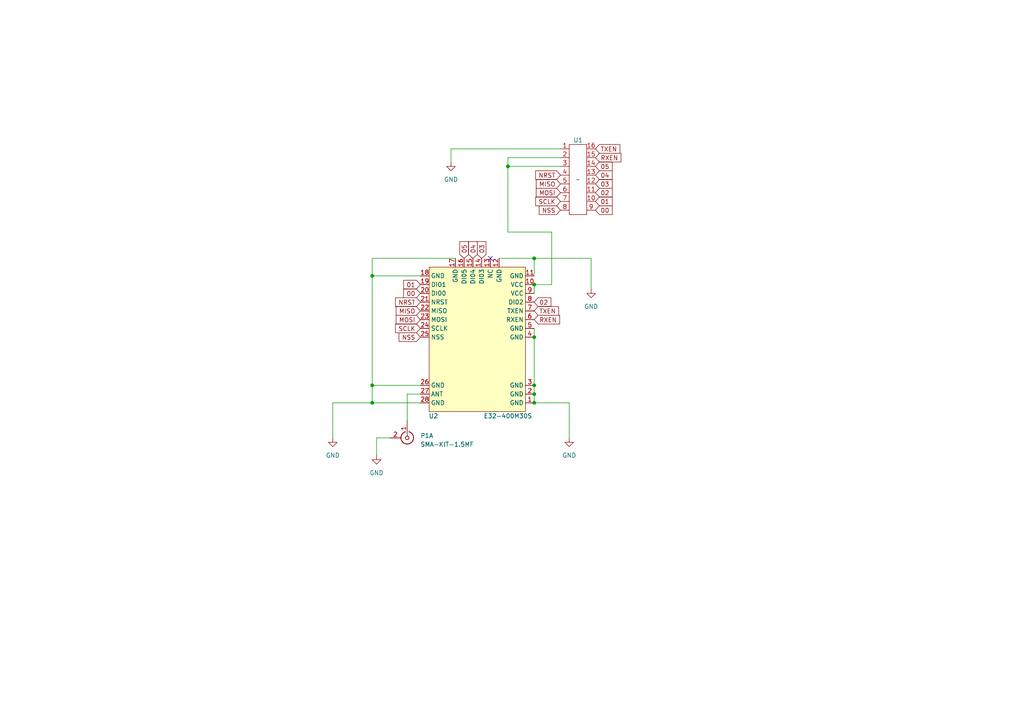
<source format=kicad_sch>
(kicad_sch (version 20230121) (generator eeschema)

  (uuid d50d80a2-6e3c-441f-9145-694e585a6495)

  (paper "A4")

  (lib_symbols
    (symbol "LEON:2816p" (in_bom yes) (on_board yes)
      (property "Reference" "U" (at 0 0 0)
        (effects (font (size 1.27 1.27)))
      )
      (property "Value" "" (at 0 0 0)
        (effects (font (size 1.27 1.27)))
      )
      (property "Footprint" "" (at 0 0 0)
        (effects (font (size 1.27 1.27)) hide)
      )
      (property "Datasheet" "" (at 0 0 0)
        (effects (font (size 1.27 1.27)) hide)
      )
      (symbol "2816p_0_1"
        (rectangle (start -2.54 10.16) (end 2.54 -10.16)
          (stroke (width 0) (type default))
          (fill (type none))
        )
      )
      (symbol "2816p_1_1"
        (pin input line (at -5.08 8.89 0) (length 2.54)
          (name "" (effects (font (size 1.27 1.27))))
          (number "1" (effects (font (size 1.27 1.27))))
        )
        (pin input line (at 5.08 -6.35 180) (length 2.54)
          (name "" (effects (font (size 1.27 1.27))))
          (number "10" (effects (font (size 1.27 1.27))))
        )
        (pin input line (at 5.08 -3.81 180) (length 2.54)
          (name "" (effects (font (size 1.27 1.27))))
          (number "11" (effects (font (size 1.27 1.27))))
        )
        (pin input line (at 5.08 -1.27 180) (length 2.54)
          (name "" (effects (font (size 1.27 1.27))))
          (number "12" (effects (font (size 1.27 1.27))))
        )
        (pin input line (at 5.08 1.27 180) (length 2.54)
          (name "" (effects (font (size 1.27 1.27))))
          (number "13" (effects (font (size 1.27 1.27))))
        )
        (pin input line (at 5.08 3.81 180) (length 2.54)
          (name "" (effects (font (size 1.27 1.27))))
          (number "14" (effects (font (size 1.27 1.27))))
        )
        (pin input line (at 5.08 6.35 180) (length 2.54)
          (name "" (effects (font (size 1.27 1.27))))
          (number "15" (effects (font (size 1.27 1.27))))
        )
        (pin input line (at 5.08 8.89 180) (length 2.54)
          (name "" (effects (font (size 1.27 1.27))))
          (number "16" (effects (font (size 1.27 1.27))))
        )
        (pin input line (at -5.08 6.35 0) (length 2.54)
          (name "" (effects (font (size 1.27 1.27))))
          (number "2" (effects (font (size 1.27 1.27))))
        )
        (pin input line (at -5.08 3.81 0) (length 2.54)
          (name "" (effects (font (size 1.27 1.27))))
          (number "3" (effects (font (size 1.27 1.27))))
        )
        (pin input line (at -5.08 1.27 0) (length 2.54)
          (name "" (effects (font (size 1.27 1.27))))
          (number "4" (effects (font (size 1.27 1.27))))
        )
        (pin input line (at -5.08 -1.27 0) (length 2.54)
          (name "" (effects (font (size 1.27 1.27))))
          (number "5" (effects (font (size 1.27 1.27))))
        )
        (pin input line (at -5.08 -3.81 0) (length 2.54)
          (name "" (effects (font (size 1.27 1.27))))
          (number "6" (effects (font (size 1.27 1.27))))
        )
        (pin input line (at -5.08 -6.35 0) (length 2.54)
          (name "" (effects (font (size 1.27 1.27))))
          (number "7" (effects (font (size 1.27 1.27))))
        )
        (pin input line (at -5.08 -8.89 0) (length 2.54)
          (name "" (effects (font (size 1.27 1.27))))
          (number "8" (effects (font (size 1.27 1.27))))
        )
        (pin input line (at 5.08 -8.89 180) (length 2.54)
          (name "" (effects (font (size 1.27 1.27))))
          (number "9" (effects (font (size 1.27 1.27))))
        )
      )
    )
    (symbol "LEON:E32-400M30S" (in_bom yes) (on_board yes)
      (property "Reference" "U" (at 0 0 0)
        (effects (font (size 1.27 1.27)))
      )
      (property "Value" "" (at -2.54 3.81 0)
        (effects (font (size 1.27 1.27)))
      )
      (property "Footprint" "" (at -2.54 3.81 0)
        (effects (font (size 1.27 1.27)) hide)
      )
      (property "Datasheet" "" (at -2.54 3.81 0)
        (effects (font (size 1.27 1.27)) hide)
      )
      (symbol "E32-400M30S_0_1"
        (rectangle (start -13.97 19.05) (end 13.97 -22.86)
          (stroke (width 0) (type default))
          (fill (type background))
        )
      )
      (symbol "E32-400M30S_1_1"
        (pin bidirectional line (at 16.51 -20.32 180) (length 2.54)
          (name "GND" (effects (font (size 1.27 1.27))))
          (number "1" (effects (font (size 1.27 1.27))))
        )
        (pin input line (at 16.51 13.97 180) (length 2.54)
          (name "VCC" (effects (font (size 1.27 1.27))))
          (number "10" (effects (font (size 1.27 1.27))))
        )
        (pin input line (at 16.51 16.51 180) (length 2.54)
          (name "GND" (effects (font (size 1.27 1.27))))
          (number "11" (effects (font (size 1.27 1.27))))
        )
        (pin input line (at 6.35 21.59 270) (length 2.54)
          (name "GND" (effects (font (size 1.27 1.27))))
          (number "12" (effects (font (size 1.27 1.27))))
        )
        (pin input line (at 3.81 21.59 270) (length 2.54)
          (name "NC" (effects (font (size 1.27 1.27))))
          (number "13" (effects (font (size 1.27 1.27))))
        )
        (pin input line (at 1.27 21.59 270) (length 2.54)
          (name "DI03" (effects (font (size 1.27 1.27))))
          (number "14" (effects (font (size 1.27 1.27))))
        )
        (pin bidirectional line (at -1.27 21.59 270) (length 2.54)
          (name "DI04" (effects (font (size 1.27 1.27))))
          (number "15" (effects (font (size 1.27 1.27))))
        )
        (pin input line (at -3.81 21.59 270) (length 2.54)
          (name "DI05" (effects (font (size 1.27 1.27))))
          (number "16" (effects (font (size 1.27 1.27))))
        )
        (pin input line (at -6.35 21.59 270) (length 2.54)
          (name "GND" (effects (font (size 1.27 1.27))))
          (number "17" (effects (font (size 1.27 1.27))))
        )
        (pin input line (at -16.51 16.51 0) (length 2.54)
          (name "GND" (effects (font (size 1.27 1.27))))
          (number "18" (effects (font (size 1.27 1.27))))
        )
        (pin input line (at -16.51 13.97 0) (length 2.54)
          (name "DI01" (effects (font (size 1.27 1.27))))
          (number "19" (effects (font (size 1.27 1.27))))
        )
        (pin bidirectional line (at 16.51 -17.78 180) (length 2.54)
          (name "GND" (effects (font (size 1.27 1.27))))
          (number "2" (effects (font (size 1.27 1.27))))
        )
        (pin input line (at -16.51 11.43 0) (length 2.54)
          (name "DI00" (effects (font (size 1.27 1.27))))
          (number "20" (effects (font (size 1.27 1.27))))
        )
        (pin input line (at -16.51 8.89 0) (length 2.54)
          (name "NRST" (effects (font (size 1.27 1.27))))
          (number "21" (effects (font (size 1.27 1.27))))
        )
        (pin input line (at -16.51 6.35 0) (length 2.54)
          (name "MISO" (effects (font (size 1.27 1.27))))
          (number "22" (effects (font (size 1.27 1.27))))
        )
        (pin input line (at -16.51 3.81 0) (length 2.54)
          (name "MOSI" (effects (font (size 1.27 1.27))))
          (number "23" (effects (font (size 1.27 1.27))))
        )
        (pin input line (at -16.51 1.27 0) (length 2.54)
          (name "SCLK" (effects (font (size 1.27 1.27))))
          (number "24" (effects (font (size 1.27 1.27))))
        )
        (pin input line (at -16.51 -1.27 0) (length 2.54)
          (name "NSS" (effects (font (size 1.27 1.27))))
          (number "25" (effects (font (size 1.27 1.27))))
        )
        (pin input line (at -16.51 -15.24 0) (length 2.54)
          (name "GND" (effects (font (size 1.27 1.27))))
          (number "26" (effects (font (size 1.27 1.27))))
        )
        (pin input line (at -16.51 -17.78 0) (length 2.54)
          (name "ANT" (effects (font (size 1.27 1.27))))
          (number "27" (effects (font (size 1.27 1.27))))
        )
        (pin input line (at -16.51 -20.32 0) (length 2.54)
          (name "GND" (effects (font (size 1.27 1.27))))
          (number "28" (effects (font (size 1.27 1.27))))
        )
        (pin bidirectional line (at 16.51 -15.24 180) (length 2.54)
          (name "GND" (effects (font (size 1.27 1.27))))
          (number "3" (effects (font (size 1.27 1.27))))
        )
        (pin input line (at 16.51 -1.27 180) (length 2.54)
          (name "GND" (effects (font (size 1.27 1.27))))
          (number "4" (effects (font (size 1.27 1.27))))
        )
        (pin input line (at 16.51 1.27 180) (length 2.54)
          (name "GND" (effects (font (size 1.27 1.27))))
          (number "5" (effects (font (size 1.27 1.27))))
        )
        (pin input line (at 16.51 3.81 180) (length 2.54)
          (name "RXEN" (effects (font (size 1.27 1.27))))
          (number "6" (effects (font (size 1.27 1.27))))
        )
        (pin input line (at 16.51 6.35 180) (length 2.54)
          (name "TXEN" (effects (font (size 1.27 1.27))))
          (number "7" (effects (font (size 1.27 1.27))))
        )
        (pin bidirectional line (at 16.51 8.89 180) (length 2.54)
          (name "DI02" (effects (font (size 1.27 1.27))))
          (number "8" (effects (font (size 1.27 1.27))))
        )
        (pin input line (at 16.51 11.43 180) (length 2.54)
          (name "VCC" (effects (font (size 1.27 1.27))))
          (number "9" (effects (font (size 1.27 1.27))))
        )
      )
    )
    (symbol "gsg-symbols:SMA-KIT-1.5MF" (pin_names (offset 1.016) hide) (in_bom yes) (on_board yes)
      (property "Reference" "P" (at 0 3.302 0)
        (effects (font (size 1.27 1.27)))
      )
      (property "Value" "SMA-KIT-1.5MF" (at 3.048 0 90)
        (effects (font (size 1.27 1.27)))
      )
      (property "Footprint" "" (at 0 0 0)
        (effects (font (size 1.27 1.27)) hide)
      )
      (property "Datasheet" "" (at 0 0 0)
        (effects (font (size 1.27 1.27)) hide)
      )
      (symbol "SMA-KIT-1.5MF_0_1"
        (arc (start -1.778 -0.508) (mid 0.2311 -1.8066) (end 1.778 0)
          (stroke (width 0.254) (type solid))
          (fill (type none))
        )
        (circle (center 0 0) (radius 0.508)
          (stroke (width 0.2032) (type solid))
          (fill (type none))
        )
        (arc (start 1.778 0) (mid 0.2099 1.8101) (end -1.778 0.508)
          (stroke (width 0.254) (type solid))
          (fill (type none))
        )
      )
      (symbol "SMA-KIT-1.5MF_1_1"
        (pin passive line (at -5.08 0 0) (length 4.572)
          (name "RF" (effects (font (size 1.27 1.27))))
          (number "1" (effects (font (size 1.27 1.27))))
        )
        (pin passive line (at 0 -5.08 90) (length 3.302)
          (name "SHIELD" (effects (font (size 1.27 1.27))))
          (number "2" (effects (font (size 1.27 1.27))))
        )
      )
      (symbol "SMA-KIT-1.5MF_2_1"
        (pin passive line (at -5.08 0 0) (length 4.572)
          (name "RF" (effects (font (size 1.27 1.27))))
          (number "3" (effects (font (size 1.27 1.27))))
        )
        (pin passive line (at 0 -5.08 90) (length 3.302)
          (name "SHIELD" (effects (font (size 1.27 1.27))))
          (number "4" (effects (font (size 1.27 1.27))))
        )
      )
    )
    (symbol "power:GND" (power) (pin_names (offset 0)) (in_bom yes) (on_board yes)
      (property "Reference" "#PWR" (at 0 -6.35 0)
        (effects (font (size 1.27 1.27)) hide)
      )
      (property "Value" "GND" (at 0 -3.81 0)
        (effects (font (size 1.27 1.27)))
      )
      (property "Footprint" "" (at 0 0 0)
        (effects (font (size 1.27 1.27)) hide)
      )
      (property "Datasheet" "" (at 0 0 0)
        (effects (font (size 1.27 1.27)) hide)
      )
      (property "ki_keywords" "global power" (at 0 0 0)
        (effects (font (size 1.27 1.27)) hide)
      )
      (property "ki_description" "Power symbol creates a global label with name \"GND\" , ground" (at 0 0 0)
        (effects (font (size 1.27 1.27)) hide)
      )
      (symbol "GND_0_1"
        (polyline
          (pts
            (xy 0 0)
            (xy 0 -1.27)
            (xy 1.27 -1.27)
            (xy 0 -2.54)
            (xy -1.27 -1.27)
            (xy 0 -1.27)
          )
          (stroke (width 0) (type default))
          (fill (type none))
        )
      )
      (symbol "GND_1_1"
        (pin power_in line (at 0 0 270) (length 0) hide
          (name "GND" (effects (font (size 1.27 1.27))))
          (number "1" (effects (font (size 1.27 1.27))))
        )
      )
    )
  )

  (junction (at 107.95 80.01) (diameter 0) (color 0 0 0 0)
    (uuid 069189b6-8ef6-4b60-830d-09d8c670a36d)
  )
  (junction (at 107.95 116.84) (diameter 0) (color 0 0 0 0)
    (uuid 1ac026fc-e573-41a1-853b-1cad449f4e25)
  )
  (junction (at 147.32 48.26) (diameter 0) (color 0 0 0 0)
    (uuid 22c7101d-48fe-4f42-ab65-3130eb15add2)
  )
  (junction (at 107.95 111.76) (diameter 0) (color 0 0 0 0)
    (uuid 5b810bb8-6ef0-4b16-b26d-678731cf54ab)
  )
  (junction (at 154.94 74.93) (diameter 0) (color 0 0 0 0)
    (uuid 5f901229-78d1-4b7c-8345-518e312bc309)
  )
  (junction (at 154.94 82.55) (diameter 0) (color 0 0 0 0)
    (uuid 62b40c83-b92d-47f4-978e-179012853f30)
  )
  (junction (at 154.94 111.76) (diameter 0) (color 0 0 0 0)
    (uuid 67032055-b88e-4245-a19b-ca6d00c8cd06)
  )
  (junction (at 154.94 97.79) (diameter 0) (color 0 0 0 0)
    (uuid 80634b6d-963c-4b2b-b58e-285f209db7a1)
  )
  (junction (at 154.94 114.3) (diameter 0) (color 0 0 0 0)
    (uuid a4cceabd-e164-4523-91ca-6b95b5ebb463)
  )
  (junction (at 154.94 116.84) (diameter 0) (color 0 0 0 0)
    (uuid b3d6e773-e903-4002-a0ec-033dcd0739c8)
  )

  (no_connect (at 142.24 74.93) (uuid 08f55bcc-14c6-48dc-976f-e592bbff6384))

  (wire (pts (xy 162.56 48.26) (xy 147.32 48.26))
    (stroke (width 0) (type default))
    (uuid 03737190-690b-40c4-8cbe-a1936673725e)
  )
  (wire (pts (xy 147.32 48.26) (xy 147.32 67.31))
    (stroke (width 0) (type default))
    (uuid 11064d68-7d7f-4d39-994b-cf2e792cf1a4)
  )
  (wire (pts (xy 154.94 116.84) (xy 165.1 116.84))
    (stroke (width 0) (type default))
    (uuid 1811f40b-0e4e-4d4f-87e7-b3025718a35d)
  )
  (wire (pts (xy 147.32 45.72) (xy 162.56 45.72))
    (stroke (width 0) (type default))
    (uuid 19d374b7-b0b7-4d3d-a687-166908577ad1)
  )
  (wire (pts (xy 160.02 82.55) (xy 154.94 82.55))
    (stroke (width 0) (type default))
    (uuid 23f5b3b7-f6e5-4951-81ee-5c1e8cab9a97)
  )
  (wire (pts (xy 171.45 74.93) (xy 171.45 83.82))
    (stroke (width 0) (type default))
    (uuid 26a265fe-3a29-47e9-811c-a55eaf9ebe29)
  )
  (wire (pts (xy 107.95 80.01) (xy 107.95 111.76))
    (stroke (width 0) (type default))
    (uuid 310a77ac-e90b-4a3d-876a-8d8c9f46c4ae)
  )
  (wire (pts (xy 154.94 74.93) (xy 171.45 74.93))
    (stroke (width 0) (type default))
    (uuid 3ab57f8f-d0b1-43a3-85c2-41a87406b82d)
  )
  (wire (pts (xy 154.94 82.55) (xy 154.94 85.09))
    (stroke (width 0) (type default))
    (uuid 50840f93-be10-4d2a-bc7a-448c4f8868ca)
  )
  (wire (pts (xy 109.22 127) (xy 109.22 132.08))
    (stroke (width 0) (type default))
    (uuid 50b9adc7-5b3b-4cbc-9f91-19a922280045)
  )
  (wire (pts (xy 107.95 111.76) (xy 121.92 111.76))
    (stroke (width 0) (type default))
    (uuid 54962651-2bb9-4470-9491-5a5854dda081)
  )
  (wire (pts (xy 130.81 43.18) (xy 162.56 43.18))
    (stroke (width 0) (type default))
    (uuid 5538ce13-2e46-4ae6-9665-d321e449d1c3)
  )
  (wire (pts (xy 130.81 43.18) (xy 130.81 46.99))
    (stroke (width 0) (type default))
    (uuid 65bcd2cc-0ce9-48be-9fae-f9509a0f8f75)
  )
  (wire (pts (xy 118.11 114.3) (xy 118.11 121.92))
    (stroke (width 0) (type default))
    (uuid 67595a16-cf8a-4630-9db4-3599c10b9c50)
  )
  (wire (pts (xy 160.02 67.31) (xy 147.32 67.31))
    (stroke (width 0) (type default))
    (uuid 73c9a3c2-4090-40f2-8a47-291bcf1aec39)
  )
  (wire (pts (xy 154.94 97.79) (xy 154.94 111.76))
    (stroke (width 0) (type default))
    (uuid 74a3b3bd-6b51-4c15-a50e-28c63f7e1956)
  )
  (wire (pts (xy 154.94 111.76) (xy 154.94 114.3))
    (stroke (width 0) (type default))
    (uuid 762403ba-7ed6-4d77-b135-bd052ea7366b)
  )
  (wire (pts (xy 107.95 74.93) (xy 107.95 80.01))
    (stroke (width 0) (type default))
    (uuid 7ade7e50-89ec-47b8-b44a-105bf71fd57c)
  )
  (wire (pts (xy 107.95 116.84) (xy 121.92 116.84))
    (stroke (width 0) (type default))
    (uuid 88b12434-0ec2-4f27-832d-5893095680c4)
  )
  (wire (pts (xy 144.78 74.93) (xy 154.94 74.93))
    (stroke (width 0) (type default))
    (uuid 8e5f939d-0f34-4854-a4d3-dd64f37f3072)
  )
  (wire (pts (xy 154.94 114.3) (xy 154.94 116.84))
    (stroke (width 0) (type default))
    (uuid 90b0dd0a-118d-4193-84e9-85ad8e456c4e)
  )
  (wire (pts (xy 154.94 74.93) (xy 154.94 80.01))
    (stroke (width 0) (type default))
    (uuid a888b5d3-7b95-4e43-9f50-ac989da82654)
  )
  (wire (pts (xy 96.52 116.84) (xy 96.52 127))
    (stroke (width 0) (type default))
    (uuid acc7f261-798a-447f-81e1-c3576779a410)
  )
  (wire (pts (xy 121.92 80.01) (xy 107.95 80.01))
    (stroke (width 0) (type default))
    (uuid b856d9bf-0e8d-4ec3-a1ec-a5f7cbf2db71)
  )
  (wire (pts (xy 107.95 116.84) (xy 96.52 116.84))
    (stroke (width 0) (type default))
    (uuid c8ca293b-9d61-43d6-868e-6efc82ff0fb5)
  )
  (wire (pts (xy 121.92 114.3) (xy 118.11 114.3))
    (stroke (width 0) (type default))
    (uuid cc99ac02-c4fc-4d9a-a955-6c549a9b1499)
  )
  (wire (pts (xy 160.02 82.55) (xy 160.02 67.31))
    (stroke (width 0) (type default))
    (uuid d51e7e2d-b2f6-425d-a53d-e505faba6c48)
  )
  (wire (pts (xy 132.08 74.93) (xy 107.95 74.93))
    (stroke (width 0) (type default))
    (uuid dbd91599-a00d-4fe0-a671-5133bf763127)
  )
  (wire (pts (xy 154.94 95.25) (xy 154.94 97.79))
    (stroke (width 0) (type default))
    (uuid dcdb1623-6067-4b0d-a571-874d20ed746c)
  )
  (wire (pts (xy 147.32 45.72) (xy 147.32 48.26))
    (stroke (width 0) (type default))
    (uuid eb6bb3ed-6d00-44ce-8f65-cecd85084b0e)
  )
  (wire (pts (xy 165.1 116.84) (xy 165.1 127))
    (stroke (width 0) (type default))
    (uuid ee0b2991-da77-436a-bc54-3ffee6d0dae5)
  )
  (wire (pts (xy 107.95 111.76) (xy 107.95 116.84))
    (stroke (width 0) (type default))
    (uuid fb82f161-78c4-4bc5-8aeb-a7479fc58b56)
  )
  (wire (pts (xy 113.03 127) (xy 109.22 127))
    (stroke (width 0) (type default))
    (uuid fe2e555e-f388-4a27-9791-14c7da3a2914)
  )

  (global_label "MISO" (shape input) (at 162.56 53.34 180) (fields_autoplaced)
    (effects (font (size 1.27 1.27)) (justify right))
    (uuid 0d7e5bc5-d584-4d67-b771-fca2afcb1147)
    (property "Intersheetrefs" "${INTERSHEET_REFS}" (at 155.058 53.34 0)
      (effects (font (size 1.27 1.27)) (justify right) hide)
    )
  )
  (global_label "03" (shape input) (at 139.7 74.93 90) (fields_autoplaced)
    (effects (font (size 1.27 1.27)) (justify left))
    (uuid 0fca7534-c7a0-43d4-8c66-af70d6a658a7)
    (property "Intersheetrefs" "${INTERSHEET_REFS}" (at 139.7 69.6052 90)
      (effects (font (size 1.27 1.27)) (justify left) hide)
    )
  )
  (global_label "RXEN" (shape input) (at 172.72 45.72 0) (fields_autoplaced)
    (effects (font (size 1.27 1.27)) (justify left))
    (uuid 1295ebaf-f227-4f2d-95f5-47ac60506780)
    (property "Intersheetrefs" "${INTERSHEET_REFS}" (at 180.5848 45.72 0)
      (effects (font (size 1.27 1.27)) (justify left) hide)
    )
  )
  (global_label "03" (shape input) (at 172.72 53.34 0) (fields_autoplaced)
    (effects (font (size 1.27 1.27)) (justify left))
    (uuid 24bc5b72-6b2d-445b-a412-a83059775241)
    (property "Intersheetrefs" "${INTERSHEET_REFS}" (at 178.0448 53.34 0)
      (effects (font (size 1.27 1.27)) (justify left) hide)
    )
  )
  (global_label "NRST" (shape input) (at 162.56 50.8 180) (fields_autoplaced)
    (effects (font (size 1.27 1.27)) (justify right))
    (uuid 320a781e-2393-4858-9833-dd7039f3349c)
    (property "Intersheetrefs" "${INTERSHEET_REFS}" (at 154.8766 50.8 0)
      (effects (font (size 1.27 1.27)) (justify right) hide)
    )
  )
  (global_label "00" (shape input) (at 172.72 60.96 0) (fields_autoplaced)
    (effects (font (size 1.27 1.27)) (justify left))
    (uuid 325569a0-de42-49ea-847a-319d95f21411)
    (property "Intersheetrefs" "${INTERSHEET_REFS}" (at 178.0448 60.96 0)
      (effects (font (size 1.27 1.27)) (justify left) hide)
    )
  )
  (global_label "02" (shape input) (at 154.94 87.63 0) (fields_autoplaced)
    (effects (font (size 1.27 1.27)) (justify left))
    (uuid 3338c015-1bb1-4140-8a4a-b358f941975d)
    (property "Intersheetrefs" "${INTERSHEET_REFS}" (at 160.2648 87.63 0)
      (effects (font (size 1.27 1.27)) (justify left) hide)
    )
  )
  (global_label "01" (shape input) (at 121.92 82.55 180) (fields_autoplaced)
    (effects (font (size 1.27 1.27)) (justify right))
    (uuid 35409035-3efe-4053-8ca7-be6202664705)
    (property "Intersheetrefs" "${INTERSHEET_REFS}" (at 116.5952 82.55 0)
      (effects (font (size 1.27 1.27)) (justify right) hide)
    )
  )
  (global_label "SCLK" (shape input) (at 162.56 58.42 180) (fields_autoplaced)
    (effects (font (size 1.27 1.27)) (justify right))
    (uuid 41f105f9-6787-47c9-850e-04592701f2f6)
    (property "Intersheetrefs" "${INTERSHEET_REFS}" (at 154.8766 58.42 0)
      (effects (font (size 1.27 1.27)) (justify right) hide)
    )
  )
  (global_label "SCLK" (shape input) (at 121.92 95.25 180) (fields_autoplaced)
    (effects (font (size 1.27 1.27)) (justify right))
    (uuid 4f0a6057-e9ff-42a7-b96c-59a11c305bc9)
    (property "Intersheetrefs" "${INTERSHEET_REFS}" (at 114.2366 95.25 0)
      (effects (font (size 1.27 1.27)) (justify right) hide)
    )
  )
  (global_label "05" (shape input) (at 172.72 48.26 0) (fields_autoplaced)
    (effects (font (size 1.27 1.27)) (justify left))
    (uuid 52c2f60c-ac53-42c2-85bb-21eefbab7b03)
    (property "Intersheetrefs" "${INTERSHEET_REFS}" (at 178.0448 48.26 0)
      (effects (font (size 1.27 1.27)) (justify left) hide)
    )
  )
  (global_label "MISO" (shape input) (at 121.92 90.17 180) (fields_autoplaced)
    (effects (font (size 1.27 1.27)) (justify right))
    (uuid 542071b5-2347-425a-93b1-f80b2bd6dc73)
    (property "Intersheetrefs" "${INTERSHEET_REFS}" (at 114.418 90.17 0)
      (effects (font (size 1.27 1.27)) (justify right) hide)
    )
  )
  (global_label "02" (shape input) (at 172.72 55.88 0) (fields_autoplaced)
    (effects (font (size 1.27 1.27)) (justify left))
    (uuid 54d4a235-b9d5-4b32-90bd-e715b1a4bb50)
    (property "Intersheetrefs" "${INTERSHEET_REFS}" (at 178.0448 55.88 0)
      (effects (font (size 1.27 1.27)) (justify left) hide)
    )
  )
  (global_label "00" (shape input) (at 121.92 85.09 180) (fields_autoplaced)
    (effects (font (size 1.27 1.27)) (justify right))
    (uuid 5d8472a9-8d04-41a5-bbd2-feb81b8a6961)
    (property "Intersheetrefs" "${INTERSHEET_REFS}" (at 116.5952 85.09 0)
      (effects (font (size 1.27 1.27)) (justify right) hide)
    )
  )
  (global_label "MOSI" (shape input) (at 162.56 55.88 180) (fields_autoplaced)
    (effects (font (size 1.27 1.27)) (justify right))
    (uuid 5df29a0a-993d-426c-afc3-40267fa0e47f)
    (property "Intersheetrefs" "${INTERSHEET_REFS}" (at 155.058 55.88 0)
      (effects (font (size 1.27 1.27)) (justify right) hide)
    )
  )
  (global_label "TXEN" (shape input) (at 172.72 43.18 0) (fields_autoplaced)
    (effects (font (size 1.27 1.27)) (justify left))
    (uuid 77d7e973-b36f-4724-ac0d-ef97445ec99f)
    (property "Intersheetrefs" "${INTERSHEET_REFS}" (at 180.2824 43.18 0)
      (effects (font (size 1.27 1.27)) (justify left) hide)
    )
  )
  (global_label "TXEN" (shape input) (at 154.94 90.17 0) (fields_autoplaced)
    (effects (font (size 1.27 1.27)) (justify left))
    (uuid 79878b1a-0391-4283-bdca-2ffe3e5a1b2f)
    (property "Intersheetrefs" "${INTERSHEET_REFS}" (at 162.5024 90.17 0)
      (effects (font (size 1.27 1.27)) (justify left) hide)
    )
  )
  (global_label "RXEN" (shape input) (at 154.94 92.71 0) (fields_autoplaced)
    (effects (font (size 1.27 1.27)) (justify left))
    (uuid 7d35065c-9584-4c38-97fc-a6d442c7de62)
    (property "Intersheetrefs" "${INTERSHEET_REFS}" (at 162.8048 92.71 0)
      (effects (font (size 1.27 1.27)) (justify left) hide)
    )
  )
  (global_label "01" (shape input) (at 172.72 58.42 0) (fields_autoplaced)
    (effects (font (size 1.27 1.27)) (justify left))
    (uuid 8407c2b6-804e-4f12-9121-feda9458a7b2)
    (property "Intersheetrefs" "${INTERSHEET_REFS}" (at 178.0448 58.42 0)
      (effects (font (size 1.27 1.27)) (justify left) hide)
    )
  )
  (global_label "NRST" (shape input) (at 121.92 87.63 180) (fields_autoplaced)
    (effects (font (size 1.27 1.27)) (justify right))
    (uuid 9e326263-61a1-4208-b973-b9e77939e366)
    (property "Intersheetrefs" "${INTERSHEET_REFS}" (at 114.2366 87.63 0)
      (effects (font (size 1.27 1.27)) (justify right) hide)
    )
  )
  (global_label "04" (shape input) (at 172.72 50.8 0) (fields_autoplaced)
    (effects (font (size 1.27 1.27)) (justify left))
    (uuid a169bcc6-da23-4c83-bf74-797c2b200185)
    (property "Intersheetrefs" "${INTERSHEET_REFS}" (at 178.0448 50.8 0)
      (effects (font (size 1.27 1.27)) (justify left) hide)
    )
  )
  (global_label "MOSI" (shape input) (at 121.92 92.71 180) (fields_autoplaced)
    (effects (font (size 1.27 1.27)) (justify right))
    (uuid b914fc12-ad84-4cf5-a8b6-624aaa12a7e1)
    (property "Intersheetrefs" "${INTERSHEET_REFS}" (at 114.418 92.71 0)
      (effects (font (size 1.27 1.27)) (justify right) hide)
    )
  )
  (global_label "05" (shape input) (at 134.62 74.93 90) (fields_autoplaced)
    (effects (font (size 1.27 1.27)) (justify left))
    (uuid bb5e591b-9c68-43e2-84ca-0e7911c8edfb)
    (property "Intersheetrefs" "${INTERSHEET_REFS}" (at 134.62 69.6052 90)
      (effects (font (size 1.27 1.27)) (justify left) hide)
    )
  )
  (global_label "04" (shape input) (at 137.16 74.93 90) (fields_autoplaced)
    (effects (font (size 1.27 1.27)) (justify left))
    (uuid d7bc767e-42a7-4904-a525-7c3e8d77a4d8)
    (property "Intersheetrefs" "${INTERSHEET_REFS}" (at 137.16 69.6052 90)
      (effects (font (size 1.27 1.27)) (justify left) hide)
    )
  )
  (global_label "NSS" (shape input) (at 162.56 60.96 180) (fields_autoplaced)
    (effects (font (size 1.27 1.27)) (justify right))
    (uuid e2b43d23-a97d-4ac5-912d-c1e9016a9fbe)
    (property "Intersheetrefs" "${INTERSHEET_REFS}" (at 155.9047 60.96 0)
      (effects (font (size 1.27 1.27)) (justify right) hide)
    )
  )
  (global_label "NSS" (shape input) (at 121.92 97.79 180) (fields_autoplaced)
    (effects (font (size 1.27 1.27)) (justify right))
    (uuid ec5fdeb3-c281-4d0b-a18d-2146a0830573)
    (property "Intersheetrefs" "${INTERSHEET_REFS}" (at 115.2647 97.79 0)
      (effects (font (size 1.27 1.27)) (justify right) hide)
    )
  )

  (symbol (lib_id "power:GND") (at 165.1 127 0) (unit 1)
    (in_bom yes) (on_board yes) (dnp no) (fields_autoplaced)
    (uuid 01392b2f-4b03-4156-a207-ce79de62eadd)
    (property "Reference" "#PWR03" (at 165.1 133.35 0)
      (effects (font (size 1.27 1.27)) hide)
    )
    (property "Value" "GND" (at 165.1 132.08 0)
      (effects (font (size 1.27 1.27)))
    )
    (property "Footprint" "" (at 165.1 127 0)
      (effects (font (size 1.27 1.27)) hide)
    )
    (property "Datasheet" "" (at 165.1 127 0)
      (effects (font (size 1.27 1.27)) hide)
    )
    (pin "1" (uuid ffb0f95c-a997-421b-9a85-6a49655e66a4))
    (instances
      (project "E32-400M30S"
        (path "/d50d80a2-6e3c-441f-9145-694e585a6495"
          (reference "#PWR03") (unit 1)
        )
      )
    )
  )

  (symbol (lib_id "power:GND") (at 171.45 83.82 0) (unit 1)
    (in_bom yes) (on_board yes) (dnp no) (fields_autoplaced)
    (uuid 134fa09b-dc17-4181-a66c-7488154e2756)
    (property "Reference" "#PWR05" (at 171.45 90.17 0)
      (effects (font (size 1.27 1.27)) hide)
    )
    (property "Value" "GND" (at 171.45 88.9 0)
      (effects (font (size 1.27 1.27)))
    )
    (property "Footprint" "" (at 171.45 83.82 0)
      (effects (font (size 1.27 1.27)) hide)
    )
    (property "Datasheet" "" (at 171.45 83.82 0)
      (effects (font (size 1.27 1.27)) hide)
    )
    (pin "1" (uuid 5bd776df-a707-4aea-b587-3af98296b50c))
    (instances
      (project "E32-400M30S"
        (path "/d50d80a2-6e3c-441f-9145-694e585a6495"
          (reference "#PWR05") (unit 1)
        )
      )
    )
  )

  (symbol (lib_id "power:GND") (at 96.52 127 0) (unit 1)
    (in_bom yes) (on_board yes) (dnp no) (fields_autoplaced)
    (uuid 1dc61346-0454-4c7a-8be1-516f8e3f098c)
    (property "Reference" "#PWR02" (at 96.52 133.35 0)
      (effects (font (size 1.27 1.27)) hide)
    )
    (property "Value" "GND" (at 96.52 132.08 0)
      (effects (font (size 1.27 1.27)))
    )
    (property "Footprint" "" (at 96.52 127 0)
      (effects (font (size 1.27 1.27)) hide)
    )
    (property "Datasheet" "" (at 96.52 127 0)
      (effects (font (size 1.27 1.27)) hide)
    )
    (pin "1" (uuid b1d2e959-abad-4e63-8619-12141a305294))
    (instances
      (project "E32-400M30S"
        (path "/d50d80a2-6e3c-441f-9145-694e585a6495"
          (reference "#PWR02") (unit 1)
        )
      )
    )
  )

  (symbol (lib_id "gsg-symbols:SMA-KIT-1.5MF") (at 118.11 127 270) (unit 1)
    (in_bom yes) (on_board yes) (dnp no) (fields_autoplaced)
    (uuid 2a249748-bc07-4b1a-a2b6-6289c05698a7)
    (property "Reference" "P1" (at 121.92 126.365 90)
      (effects (font (size 1.27 1.27)) (justify left))
    )
    (property "Value" "SMA-KIT-1.5MF" (at 121.92 128.905 90)
      (effects (font (size 1.27 1.27)) (justify left))
    )
    (property "Footprint" "gsg-modules:SMA-EDGE" (at 118.11 127 0)
      (effects (font (size 1.27 1.27)) hide)
    )
    (property "Datasheet" "" (at 118.11 127 0)
      (effects (font (size 1.27 1.27)) hide)
    )
    (pin "1" (uuid e6e47814-2b12-45b8-8808-ccf181874f43))
    (pin "2" (uuid 2ddaae0e-cd4d-48dc-b373-726687d54b5a))
    (pin "3" (uuid 8877cec7-9b43-4b6a-94a2-7e4feed8a840))
    (pin "4" (uuid d2bdddbd-cba0-448a-8cb3-f16456476c59))
    (instances
      (project "E32-400M30S"
        (path "/d50d80a2-6e3c-441f-9145-694e585a6495"
          (reference "P1") (unit 1)
        )
      )
    )
  )

  (symbol (lib_id "power:GND") (at 130.81 46.99 0) (unit 1)
    (in_bom yes) (on_board yes) (dnp no) (fields_autoplaced)
    (uuid 79e07c95-69f6-45da-a61b-2540c8890c65)
    (property "Reference" "#PWR04" (at 130.81 53.34 0)
      (effects (font (size 1.27 1.27)) hide)
    )
    (property "Value" "GND" (at 130.81 52.07 0)
      (effects (font (size 1.27 1.27)))
    )
    (property "Footprint" "" (at 130.81 46.99 0)
      (effects (font (size 1.27 1.27)) hide)
    )
    (property "Datasheet" "" (at 130.81 46.99 0)
      (effects (font (size 1.27 1.27)) hide)
    )
    (pin "1" (uuid db274477-5d86-4d80-913b-3cc4bd4653a5))
    (instances
      (project "E32-400M30S"
        (path "/d50d80a2-6e3c-441f-9145-694e585a6495"
          (reference "#PWR04") (unit 1)
        )
      )
    )
  )

  (symbol (lib_id "LEON:E32-400M30S") (at 138.43 96.52 0) (unit 1)
    (in_bom yes) (on_board yes) (dnp no)
    (uuid d6032d23-0bf0-4a37-8edd-a066f085cd2f)
    (property "Reference" "U2" (at 125.73 120.65 0)
      (effects (font (size 1.27 1.27)))
    )
    (property "Value" "E32-400M30S" (at 147.32 120.65 0)
      (effects (font (size 1.27 1.27)))
    )
    (property "Footprint" "LEON:E32-400M30S" (at 135.89 92.71 0)
      (effects (font (size 1.27 1.27)) hide)
    )
    (property "Datasheet" "" (at 135.89 92.71 0)
      (effects (font (size 1.27 1.27)) hide)
    )
    (pin "1" (uuid 46bd6f85-55bb-40cb-bb94-fac1a7eb8f75))
    (pin "10" (uuid 22e335e6-98d7-4245-9365-f19c315374b0))
    (pin "11" (uuid 05dfaf38-2c38-4e6c-8814-528bd59c9e58))
    (pin "12" (uuid cdc69482-6cc1-45d7-8033-73ff33a4bfba))
    (pin "13" (uuid 423a0970-797a-487a-9148-e09edd87ff83))
    (pin "14" (uuid d3540fe1-375a-4f5d-9ded-c40316315164))
    (pin "15" (uuid 8d0daea9-44c4-49aa-8a98-f4c1426ba0eb))
    (pin "16" (uuid d7da0bd1-f807-4408-b333-aff725de93a4))
    (pin "17" (uuid 26b8c1fa-560e-487b-9273-3406b0d9b687))
    (pin "18" (uuid ecf60b29-9159-4dc7-bfe4-2720f68c9c4a))
    (pin "19" (uuid e846092e-a2a4-4ba4-9c8b-a8d7bbd4b776))
    (pin "2" (uuid 6868802a-6d96-4661-ad32-05daa3f0e34c))
    (pin "20" (uuid 3bb12381-9c29-4c5e-bf7f-4fe6511f249e))
    (pin "21" (uuid cbda8d9f-8ebd-43fd-a7d6-a9ead3d44a37))
    (pin "22" (uuid f6d6a843-654f-40c0-8adc-6574a0701519))
    (pin "23" (uuid 16347dec-abe1-4f1b-a659-560f0da805e4))
    (pin "24" (uuid 0bd52cac-e568-429c-85c4-bc1b2e9631ec))
    (pin "25" (uuid ab828526-5829-4ce5-b34a-ae85151192d4))
    (pin "26" (uuid 7fac8b7d-0f12-404c-96de-262aa167fe32))
    (pin "27" (uuid 30e00f17-4777-4edc-8492-0f15a395bf2f))
    (pin "28" (uuid 7e16829d-edd0-49cb-acf7-7271ab93022c))
    (pin "3" (uuid dbeb7bbe-4e4b-467b-86c3-2b96c2b705e5))
    (pin "4" (uuid 05a53934-eeb7-4f13-a980-b7d6feae75ae))
    (pin "5" (uuid 77c7de91-f83b-4a5f-b4ef-d207ce505e93))
    (pin "6" (uuid 87a9d8ac-573d-4d9e-9706-1b0980379566))
    (pin "7" (uuid 8c7505bb-22b3-48d5-84c5-20e54772e2a1))
    (pin "8" (uuid ebb193a4-3fae-409e-8ac7-d43232593239))
    (pin "9" (uuid dbb2ee98-10e0-4bae-8ea6-a2eb7c69eb47))
    (instances
      (project "E32-400M30S"
        (path "/d50d80a2-6e3c-441f-9145-694e585a6495"
          (reference "U2") (unit 1)
        )
      )
    )
  )

  (symbol (lib_id "power:GND") (at 109.22 132.08 0) (unit 1)
    (in_bom yes) (on_board yes) (dnp no) (fields_autoplaced)
    (uuid dcaa282f-04b1-4647-a9b9-444b0ef2229d)
    (property "Reference" "#PWR01" (at 109.22 138.43 0)
      (effects (font (size 1.27 1.27)) hide)
    )
    (property "Value" "GND" (at 109.22 137.16 0)
      (effects (font (size 1.27 1.27)))
    )
    (property "Footprint" "" (at 109.22 132.08 0)
      (effects (font (size 1.27 1.27)) hide)
    )
    (property "Datasheet" "" (at 109.22 132.08 0)
      (effects (font (size 1.27 1.27)) hide)
    )
    (pin "1" (uuid 99a5f89e-86b4-4674-8f80-d735a35ea43e))
    (instances
      (project "E32-400M30S"
        (path "/d50d80a2-6e3c-441f-9145-694e585a6495"
          (reference "#PWR01") (unit 1)
        )
      )
    )
  )

  (symbol (lib_id "LEON:2816p") (at 167.64 52.07 0) (unit 1)
    (in_bom yes) (on_board yes) (dnp no) (fields_autoplaced)
    (uuid ec0f5cea-1c1a-4fc4-9d8c-6dad1f4f30b6)
    (property "Reference" "U1" (at 167.64 40.64 0)
      (effects (font (size 1.27 1.27)))
    )
    (property "Value" "~" (at 167.64 52.07 0)
      (effects (font (size 1.27 1.27)))
    )
    (property "Footprint" "LEON:82" (at 167.64 52.07 0)
      (effects (font (size 1.27 1.27)) hide)
    )
    (property "Datasheet" "" (at 167.64 52.07 0)
      (effects (font (size 1.27 1.27)) hide)
    )
    (pin "1" (uuid 26208bbd-74be-42de-9eaa-5504aa97a861))
    (pin "10" (uuid 15d74cd6-12f4-43a0-8308-e6a8c0288a13))
    (pin "11" (uuid f98b8859-3814-4c44-978c-39bab80558f7))
    (pin "12" (uuid c2524ce8-6e0a-4459-b010-3518b6fcd4f1))
    (pin "13" (uuid 152f32a5-9bc7-4541-a4cd-6385c27bfc04))
    (pin "14" (uuid f3e52845-aa72-4dde-9451-1bcb648a73cb))
    (pin "15" (uuid 56f7a029-1cc2-45d5-8894-d334d41145c1))
    (pin "16" (uuid 53457627-fd0a-4e38-b5f3-b4925d9ac299))
    (pin "2" (uuid 5d89e808-9948-496f-a1a6-0c218a05187c))
    (pin "3" (uuid 7a9d03a3-5c21-4d43-9e5d-1406fedb7e91))
    (pin "4" (uuid 2643b633-fca4-4077-aa5d-10fb68d610d1))
    (pin "5" (uuid 35817472-cfdf-4e08-92a5-7e29f403a76b))
    (pin "6" (uuid 9e58e099-0968-4540-a61a-36a666401539))
    (pin "7" (uuid 088cff75-40a5-47cd-8216-4e9f5821b754))
    (pin "8" (uuid 25d0a833-c296-46be-8a86-68427bfd1338))
    (pin "9" (uuid d7bf1655-97e7-4c61-a875-c7a95b27ecf3))
    (instances
      (project "E32-400M30S"
        (path "/d50d80a2-6e3c-441f-9145-694e585a6495"
          (reference "U1") (unit 1)
        )
      )
    )
  )

  (sheet_instances
    (path "/" (page "1"))
  )
)

</source>
